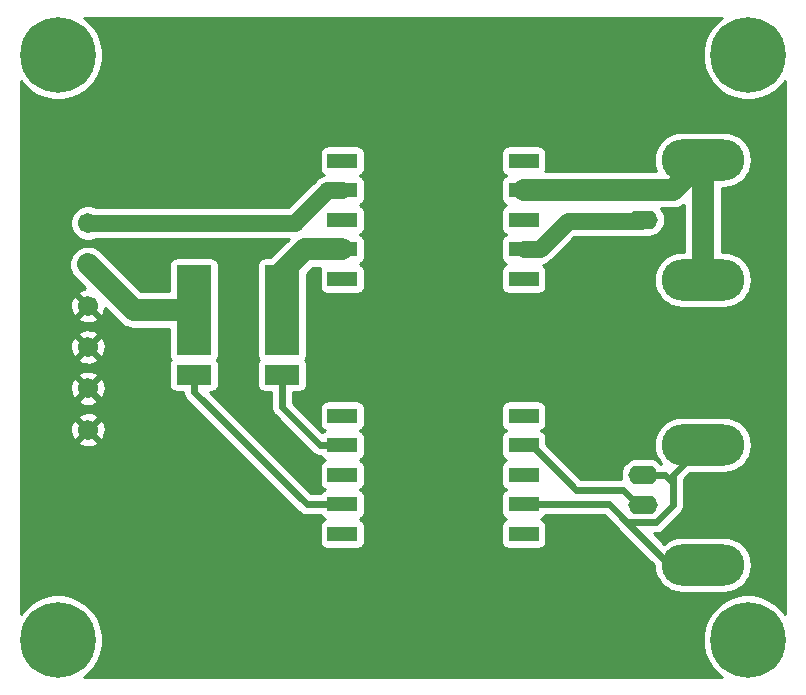
<source format=gbr>
%TF.GenerationSoftware,KiCad,Pcbnew,(5.1.6)-1*%
%TF.CreationDate,2020-09-14T11:12:27-07:00*%
%TF.ProjectId,awg-tx-shunt,6177672d-7478-42d7-9368-756e742e6b69,rev?*%
%TF.SameCoordinates,Original*%
%TF.FileFunction,Copper,L1,Top*%
%TF.FilePolarity,Positive*%
%FSLAX46Y46*%
G04 Gerber Fmt 4.6, Leading zero omitted, Abs format (unit mm)*
G04 Created by KiCad (PCBNEW (5.1.6)-1) date 2020-09-14 11:12:27*
%MOMM*%
%LPD*%
G01*
G04 APERTURE LIST*
%TA.AperFunction,ComponentPad*%
%ADD10C,0.800000*%
%TD*%
%TA.AperFunction,ComponentPad*%
%ADD11C,6.400000*%
%TD*%
%TA.AperFunction,SMDPad,CuDef*%
%ADD12R,2.946400X7.620000*%
%TD*%
%TA.AperFunction,SMDPad,CuDef*%
%ADD13R,2.946400X1.676400*%
%TD*%
%TA.AperFunction,ComponentPad*%
%ADD14C,1.701800*%
%TD*%
%TA.AperFunction,ComponentPad*%
%ADD15O,2.500000X1.600000*%
%TD*%
%TA.AperFunction,ComponentPad*%
%ADD16O,7.000000X3.500000*%
%TD*%
%TA.AperFunction,SMDPad,CuDef*%
%ADD17R,2.540000X1.300000*%
%TD*%
%TA.AperFunction,ViaPad*%
%ADD18C,0.800000*%
%TD*%
%TA.AperFunction,Conductor*%
%ADD19C,1.900000*%
%TD*%
%TA.AperFunction,Conductor*%
%ADD20C,1.400000*%
%TD*%
%TA.AperFunction,Conductor*%
%ADD21C,0.600000*%
%TD*%
%TA.AperFunction,Conductor*%
%ADD22C,0.254000*%
%TD*%
G04 APERTURE END LIST*
D10*
%TO.P,H4,1*%
%TO.N,N/C*%
X140127056Y-127842944D03*
X138430000Y-127140000D03*
X136732944Y-127842944D03*
X136030000Y-129540000D03*
X136732944Y-131237056D03*
X138430000Y-131940000D03*
X140127056Y-131237056D03*
X140830000Y-129540000D03*
D11*
X138430000Y-129540000D03*
%TD*%
D10*
%TO.P,H3,1*%
%TO.N,N/C*%
X140127056Y-78312944D03*
X138430000Y-77610000D03*
X136732944Y-78312944D03*
X136030000Y-80010000D03*
X136732944Y-81707056D03*
X138430000Y-82410000D03*
X140127056Y-81707056D03*
X140830000Y-80010000D03*
D11*
X138430000Y-80010000D03*
%TD*%
D10*
%TO.P,H2,1*%
%TO.N,N/C*%
X81707056Y-127842944D03*
X80010000Y-127140000D03*
X78312944Y-127842944D03*
X77610000Y-129540000D03*
X78312944Y-131237056D03*
X80010000Y-131940000D03*
X81707056Y-131237056D03*
X82410000Y-129540000D03*
D11*
X80010000Y-129540000D03*
%TD*%
D10*
%TO.P,H1,1*%
%TO.N,N/C*%
X81707056Y-78312944D03*
X80010000Y-77610000D03*
X78312944Y-78312944D03*
X77610000Y-80010000D03*
X78312944Y-81707056D03*
X80010000Y-82410000D03*
X81707056Y-81707056D03*
X82410000Y-80010000D03*
D11*
X80010000Y-80010000D03*
%TD*%
D12*
%TO.P,R1,4*%
%TO.N,/TX2*%
X91516200Y-101625400D03*
D13*
%TO.P,R1,3*%
%TO.N,/SHUNT_P*%
X91516200Y-107086400D03*
%TO.P,R1,2*%
%TO.N,/SHUNT_N*%
X98983800Y-107086400D03*
D12*
%TO.P,R1,1*%
%TO.N,Net-(L1-PadP$4)*%
X98983800Y-101625400D03*
%TD*%
D14*
%TO.P,J1,6*%
%TO.N,/TX1*%
X82550000Y-94259994D03*
%TO.P,J1,5*%
%TO.N,/TX2*%
X82550000Y-97759995D03*
%TO.P,J1,4*%
%TO.N,GNDPWR*%
X82550000Y-101259995D03*
%TO.P,J1,3*%
X82550000Y-104759996D03*
%TO.P,J1,2*%
X82550000Y-108259997D03*
%TO.P,J1,1*%
X82550000Y-111760000D03*
%TD*%
D15*
%TO.P,J2,2*%
%TO.N,Net-(J2-Pad2)*%
X129540000Y-91440000D03*
%TO.P,J2,1*%
%TO.N,Net-(J2-Pad1)*%
X129540000Y-93980000D03*
D16*
%TO.P,J2,2*%
%TO.N,Net-(J2-Pad2)*%
X134620000Y-99060000D03*
X134620000Y-88900000D03*
%TD*%
%TO.P,J3,2*%
%TO.N,Net-(J3-Pad2)*%
X134620000Y-113030000D03*
X134620000Y-123190000D03*
D15*
%TO.P,J3,1*%
%TO.N,Net-(J3-Pad1)*%
X129540000Y-118110000D03*
%TO.P,J3,2*%
%TO.N,Net-(J3-Pad2)*%
X129540000Y-115570000D03*
%TD*%
D17*
%TO.P,L1,P$1*%
%TO.N,N/C*%
X104080000Y-88980000D03*
%TO.P,L1,P$2*%
%TO.N,/TX1*%
X104080000Y-91480000D03*
%TO.P,L1,P$3*%
%TO.N,N/C*%
X104080000Y-93980000D03*
%TO.P,L1,P$4*%
%TO.N,Net-(L1-PadP$4)*%
X104080000Y-96480000D03*
%TO.P,L1,P$5*%
%TO.N,N/C*%
X104080000Y-98980000D03*
%TO.P,L1,P$6*%
X119440000Y-98980000D03*
%TO.P,L1,P$7*%
%TO.N,Net-(J2-Pad1)*%
X119440000Y-96480000D03*
%TO.P,L1,P$8*%
%TO.N,N/C*%
X119440000Y-93980000D03*
%TO.P,L1,P$9*%
%TO.N,Net-(J2-Pad2)*%
X119440000Y-91480000D03*
%TO.P,L1,P$10*%
%TO.N,N/C*%
X119440000Y-88980000D03*
%TD*%
%TO.P,L2,P$10*%
%TO.N,N/C*%
X119440000Y-110570000D03*
%TO.P,L2,P$9*%
%TO.N,Net-(J3-Pad1)*%
X119440000Y-113070000D03*
%TO.P,L2,P$8*%
%TO.N,N/C*%
X119440000Y-115570000D03*
%TO.P,L2,P$7*%
%TO.N,Net-(J3-Pad2)*%
X119440000Y-118070000D03*
%TO.P,L2,P$6*%
%TO.N,N/C*%
X119440000Y-120570000D03*
%TO.P,L2,P$5*%
X104080000Y-120570000D03*
%TO.P,L2,P$4*%
%TO.N,/SHUNT_P*%
X104080000Y-118070000D03*
%TO.P,L2,P$3*%
%TO.N,N/C*%
X104080000Y-115570000D03*
%TO.P,L2,P$2*%
%TO.N,/SHUNT_N*%
X104080000Y-113070000D03*
%TO.P,L2,P$1*%
%TO.N,N/C*%
X104080000Y-110570000D03*
%TD*%
D18*
%TO.N,GNDPWR*%
X96520000Y-82550000D03*
X129540000Y-105410000D03*
X111760000Y-105410000D03*
X111760000Y-82550000D03*
X127000000Y-82550000D03*
X127000000Y-129540000D03*
X111760000Y-128270000D03*
X96520000Y-128270000D03*
X87630000Y-120650000D03*
X87630000Y-87630000D03*
X138430000Y-118110000D03*
X138430000Y-93980000D03*
%TD*%
D19*
%TO.N,Net-(J2-Pad2)*%
X129500000Y-91480000D02*
X129540000Y-91440000D01*
X119440000Y-91480000D02*
X129500000Y-91480000D01*
X132080000Y-91440000D02*
X134620000Y-88900000D01*
X130810000Y-91440000D02*
X132080000Y-91440000D01*
X129540000Y-91440000D02*
X130810000Y-91440000D01*
X119440000Y-91480000D02*
X121290002Y-91480000D01*
X134620000Y-88900000D02*
X134620000Y-99060000D01*
D20*
%TO.N,Net-(J2-Pad1)*%
X120840002Y-96480000D02*
X123190000Y-94130002D01*
X119440000Y-96480000D02*
X120840002Y-96480000D01*
X129389998Y-94130002D02*
X129540000Y-93980000D01*
X123190000Y-94130002D02*
X129389998Y-94130002D01*
D21*
%TO.N,Net-(J3-Pad2)*%
X131765823Y-123190000D02*
X134620000Y-123190000D01*
X119440000Y-118070000D02*
X126645823Y-118070000D01*
X129854177Y-115570000D02*
X129540000Y-115570000D01*
X128185833Y-119610010D02*
X130611324Y-119610010D01*
X134620000Y-123190000D02*
X131765822Y-123190000D01*
X131765822Y-123190000D02*
X127477911Y-118902089D01*
X126645823Y-118070000D02*
X127477911Y-118902089D01*
X127477911Y-118902089D02*
X128185833Y-119610010D01*
X131390000Y-115570000D02*
X129540000Y-115570000D01*
X132095667Y-116275667D02*
X131390000Y-115570000D01*
X130611324Y-119610010D02*
X132095667Y-118125667D01*
X132095667Y-115554333D02*
X134620000Y-113030000D01*
X132095667Y-116855667D02*
X132095667Y-115554333D01*
X132095667Y-116855667D02*
X132095667Y-116275667D01*
X132095667Y-118125667D02*
X132095667Y-116855667D01*
%TO.N,Net-(J3-Pad1)*%
X129225823Y-118110000D02*
X129540000Y-118110000D01*
X129090000Y-118110000D02*
X129540000Y-118110000D01*
X123890002Y-116840000D02*
X127820000Y-116840000D01*
X127820000Y-116840000D02*
X129090000Y-118110000D01*
X119440000Y-113070000D02*
X120120002Y-113070000D01*
X120120002Y-113070000D02*
X123890002Y-116840000D01*
D20*
%TO.N,/TX1*%
X104080000Y-91480000D02*
X102830000Y-91480000D01*
X100050006Y-94259994D02*
X82550000Y-94259994D01*
X102830000Y-91480000D02*
X100050006Y-94259994D01*
D19*
%TO.N,/TX2*%
X86415405Y-101625400D02*
X82550000Y-97759995D01*
X91516200Y-101625400D02*
X86415405Y-101625400D01*
D21*
%TO.N,/SHUNT_P*%
X91516200Y-108524600D02*
X101061600Y-118070000D01*
X101061600Y-118070000D02*
X104080000Y-118070000D01*
X91516200Y-107086400D02*
X91516200Y-108524600D01*
%TO.N,/SHUNT_N*%
X98983800Y-109843800D02*
X98983800Y-107086400D01*
X102210000Y-113070000D02*
X98983800Y-109843800D01*
X102210000Y-113070000D02*
X101909999Y-112769999D01*
X104080000Y-113070000D02*
X102210000Y-113070000D01*
D19*
%TO.N,Net-(L1-PadP$4)*%
X98983800Y-98406200D02*
X98983800Y-101625400D01*
X100910000Y-96480000D02*
X98983800Y-98406200D01*
X104080000Y-96480000D02*
X100910000Y-96480000D01*
%TD*%
D22*
%TO.N,GNDPWR*%
G36*
X135985330Y-77031161D02*
G01*
X135451161Y-77565330D01*
X135031467Y-78193446D01*
X134742377Y-78891372D01*
X134595000Y-79632285D01*
X134595000Y-80387715D01*
X134742377Y-81128628D01*
X135031467Y-81826554D01*
X135451161Y-82454670D01*
X135985330Y-82988839D01*
X136613446Y-83408533D01*
X137311372Y-83697623D01*
X138052285Y-83845000D01*
X138807715Y-83845000D01*
X139548628Y-83697623D01*
X140246554Y-83408533D01*
X140874670Y-82988839D01*
X141408839Y-82454670D01*
X141580000Y-82198509D01*
X141580001Y-93947572D01*
X141580000Y-93947582D01*
X141580001Y-126967572D01*
X141580000Y-126967582D01*
X141580000Y-127351491D01*
X141408839Y-127095330D01*
X140874670Y-126561161D01*
X140246554Y-126141467D01*
X139548628Y-125852377D01*
X138807715Y-125705000D01*
X138052285Y-125705000D01*
X137311372Y-125852377D01*
X136613446Y-126141467D01*
X135985330Y-126561161D01*
X135451161Y-127095330D01*
X135031467Y-127723446D01*
X134742377Y-128421372D01*
X134595000Y-129162285D01*
X134595000Y-129917715D01*
X134742377Y-130658628D01*
X135031467Y-131356554D01*
X135451161Y-131984670D01*
X135985330Y-132518839D01*
X136241490Y-132690000D01*
X82198510Y-132690000D01*
X82454670Y-132518839D01*
X82988839Y-131984670D01*
X83408533Y-131356554D01*
X83697623Y-130658628D01*
X83845000Y-129917715D01*
X83845000Y-129162285D01*
X83697623Y-128421372D01*
X83408533Y-127723446D01*
X82988839Y-127095330D01*
X82454670Y-126561161D01*
X81826554Y-126141467D01*
X81128628Y-125852377D01*
X80387715Y-125705000D01*
X79632285Y-125705000D01*
X78891372Y-125852377D01*
X78193446Y-126141467D01*
X77565330Y-126561161D01*
X77031161Y-127095330D01*
X76860000Y-127351490D01*
X76860000Y-112789040D01*
X81700565Y-112789040D01*
X81778310Y-113038207D01*
X82042503Y-113164196D01*
X82326199Y-113236223D01*
X82618496Y-113251519D01*
X82908161Y-113209497D01*
X83184062Y-113111771D01*
X83321690Y-113038207D01*
X83399435Y-112789040D01*
X82550000Y-111939605D01*
X81700565Y-112789040D01*
X76860000Y-112789040D01*
X76860000Y-111828496D01*
X81058481Y-111828496D01*
X81100503Y-112118161D01*
X81198229Y-112394062D01*
X81271793Y-112531690D01*
X81520960Y-112609435D01*
X82370395Y-111760000D01*
X82729605Y-111760000D01*
X83579040Y-112609435D01*
X83828207Y-112531690D01*
X83954196Y-112267497D01*
X84026223Y-111983801D01*
X84041519Y-111691504D01*
X83999497Y-111401839D01*
X83901771Y-111125938D01*
X83828207Y-110988310D01*
X83579040Y-110910565D01*
X82729605Y-111760000D01*
X82370395Y-111760000D01*
X81520960Y-110910565D01*
X81271793Y-110988310D01*
X81145804Y-111252503D01*
X81073777Y-111536199D01*
X81058481Y-111828496D01*
X76860000Y-111828496D01*
X76860000Y-110730960D01*
X81700565Y-110730960D01*
X82550000Y-111580395D01*
X83399435Y-110730960D01*
X83321690Y-110481793D01*
X83057497Y-110355804D01*
X82773801Y-110283777D01*
X82481504Y-110268481D01*
X82191839Y-110310503D01*
X81915938Y-110408229D01*
X81778310Y-110481793D01*
X81700565Y-110730960D01*
X76860000Y-110730960D01*
X76860000Y-109289037D01*
X81700565Y-109289037D01*
X81778310Y-109538204D01*
X82042503Y-109664193D01*
X82326199Y-109736220D01*
X82618496Y-109751516D01*
X82908161Y-109709494D01*
X83184062Y-109611768D01*
X83321690Y-109538204D01*
X83399435Y-109289037D01*
X82550000Y-108439602D01*
X81700565Y-109289037D01*
X76860000Y-109289037D01*
X76860000Y-108328493D01*
X81058481Y-108328493D01*
X81100503Y-108618158D01*
X81198229Y-108894059D01*
X81271793Y-109031687D01*
X81520960Y-109109432D01*
X82370395Y-108259997D01*
X82729605Y-108259997D01*
X83579040Y-109109432D01*
X83828207Y-109031687D01*
X83954196Y-108767494D01*
X84026223Y-108483798D01*
X84041519Y-108191501D01*
X83999497Y-107901836D01*
X83901771Y-107625935D01*
X83828207Y-107488307D01*
X83579040Y-107410562D01*
X82729605Y-108259997D01*
X82370395Y-108259997D01*
X81520960Y-107410562D01*
X81271793Y-107488307D01*
X81145804Y-107752500D01*
X81073777Y-108036196D01*
X81058481Y-108328493D01*
X76860000Y-108328493D01*
X76860000Y-107230957D01*
X81700565Y-107230957D01*
X82550000Y-108080392D01*
X83399435Y-107230957D01*
X83321690Y-106981790D01*
X83057497Y-106855801D01*
X82773801Y-106783774D01*
X82481504Y-106768478D01*
X82191839Y-106810500D01*
X81915938Y-106908226D01*
X81778310Y-106981790D01*
X81700565Y-107230957D01*
X76860000Y-107230957D01*
X76860000Y-105789036D01*
X81700565Y-105789036D01*
X81778310Y-106038203D01*
X82042503Y-106164192D01*
X82326199Y-106236219D01*
X82618496Y-106251515D01*
X82908161Y-106209493D01*
X83184062Y-106111767D01*
X83321690Y-106038203D01*
X83399435Y-105789036D01*
X82550000Y-104939601D01*
X81700565Y-105789036D01*
X76860000Y-105789036D01*
X76860000Y-104828492D01*
X81058481Y-104828492D01*
X81100503Y-105118157D01*
X81198229Y-105394058D01*
X81271793Y-105531686D01*
X81520960Y-105609431D01*
X82370395Y-104759996D01*
X82729605Y-104759996D01*
X83579040Y-105609431D01*
X83828207Y-105531686D01*
X83954196Y-105267493D01*
X84026223Y-104983797D01*
X84041519Y-104691500D01*
X83999497Y-104401835D01*
X83901771Y-104125934D01*
X83828207Y-103988306D01*
X83579040Y-103910561D01*
X82729605Y-104759996D01*
X82370395Y-104759996D01*
X81520960Y-103910561D01*
X81271793Y-103988306D01*
X81145804Y-104252499D01*
X81073777Y-104536195D01*
X81058481Y-104828492D01*
X76860000Y-104828492D01*
X76860000Y-103730956D01*
X81700565Y-103730956D01*
X82550000Y-104580391D01*
X83399435Y-103730956D01*
X83321690Y-103481789D01*
X83057497Y-103355800D01*
X82773801Y-103283773D01*
X82481504Y-103268477D01*
X82191839Y-103310499D01*
X81915938Y-103408225D01*
X81778310Y-103481789D01*
X81700565Y-103730956D01*
X76860000Y-103730956D01*
X76860000Y-102289035D01*
X81700565Y-102289035D01*
X81778310Y-102538202D01*
X82042503Y-102664191D01*
X82326199Y-102736218D01*
X82618496Y-102751514D01*
X82908161Y-102709492D01*
X83184062Y-102611766D01*
X83321690Y-102538202D01*
X83399435Y-102289035D01*
X82550000Y-101439600D01*
X81700565Y-102289035D01*
X76860000Y-102289035D01*
X76860000Y-101328491D01*
X81058481Y-101328491D01*
X81100503Y-101618156D01*
X81198229Y-101894057D01*
X81271793Y-102031685D01*
X81520960Y-102109430D01*
X82370395Y-101259995D01*
X81520960Y-100410560D01*
X81271793Y-100488305D01*
X81145804Y-100752498D01*
X81073777Y-101036194D01*
X81058481Y-101328491D01*
X76860000Y-101328491D01*
X76860000Y-97759995D01*
X80957332Y-97759995D01*
X80987934Y-98070709D01*
X81078566Y-98369482D01*
X81225745Y-98644834D01*
X81374178Y-98825701D01*
X82337800Y-99789323D01*
X82191839Y-99810498D01*
X81915938Y-99908224D01*
X81778310Y-99981788D01*
X81700565Y-100230955D01*
X82550000Y-101080390D01*
X82564143Y-101066248D01*
X82743748Y-101245853D01*
X82729605Y-101259995D01*
X83579040Y-102109430D01*
X83828207Y-102031685D01*
X83954196Y-101767492D01*
X84026223Y-101483796D01*
X84026524Y-101478047D01*
X85239585Y-102691109D01*
X85289218Y-102751587D01*
X85530566Y-102949656D01*
X85805917Y-103096834D01*
X86104691Y-103187466D01*
X86337541Y-103210400D01*
X86337550Y-103210400D01*
X86415404Y-103218068D01*
X86493258Y-103210400D01*
X89404928Y-103210400D01*
X89404928Y-105435400D01*
X89417188Y-105559882D01*
X89453498Y-105679580D01*
X89512463Y-105789894D01*
X89555061Y-105841800D01*
X89512463Y-105893706D01*
X89453498Y-106004020D01*
X89417188Y-106123718D01*
X89404928Y-106248200D01*
X89404928Y-107924600D01*
X89417188Y-108049082D01*
X89453498Y-108168780D01*
X89512463Y-108279094D01*
X89591815Y-108375785D01*
X89688506Y-108455137D01*
X89798820Y-108514102D01*
X89918518Y-108550412D01*
X90043000Y-108562672D01*
X90580426Y-108562672D01*
X90594729Y-108707891D01*
X90612810Y-108767494D01*
X90648194Y-108884140D01*
X90735015Y-109046572D01*
X90851857Y-109188944D01*
X90887536Y-109218225D01*
X100367975Y-118698665D01*
X100397256Y-118734344D01*
X100539628Y-118851186D01*
X100702060Y-118938007D01*
X100824843Y-118975253D01*
X100878307Y-118991471D01*
X101061599Y-119009524D01*
X101107531Y-119005000D01*
X102242317Y-119005000D01*
X102279463Y-119074494D01*
X102358815Y-119171185D01*
X102455506Y-119250537D01*
X102565820Y-119309502D01*
X102600427Y-119320000D01*
X102565820Y-119330498D01*
X102455506Y-119389463D01*
X102358815Y-119468815D01*
X102279463Y-119565506D01*
X102220498Y-119675820D01*
X102184188Y-119795518D01*
X102171928Y-119920000D01*
X102171928Y-121220000D01*
X102184188Y-121344482D01*
X102220498Y-121464180D01*
X102279463Y-121574494D01*
X102358815Y-121671185D01*
X102455506Y-121750537D01*
X102565820Y-121809502D01*
X102685518Y-121845812D01*
X102810000Y-121858072D01*
X105350000Y-121858072D01*
X105474482Y-121845812D01*
X105594180Y-121809502D01*
X105704494Y-121750537D01*
X105801185Y-121671185D01*
X105880537Y-121574494D01*
X105939502Y-121464180D01*
X105975812Y-121344482D01*
X105988072Y-121220000D01*
X105988072Y-119920000D01*
X105975812Y-119795518D01*
X105939502Y-119675820D01*
X105880537Y-119565506D01*
X105801185Y-119468815D01*
X105704494Y-119389463D01*
X105594180Y-119330498D01*
X105559573Y-119320000D01*
X105594180Y-119309502D01*
X105704494Y-119250537D01*
X105801185Y-119171185D01*
X105880537Y-119074494D01*
X105939502Y-118964180D01*
X105975812Y-118844482D01*
X105988072Y-118720000D01*
X105988072Y-117420000D01*
X105975812Y-117295518D01*
X105939502Y-117175820D01*
X105880537Y-117065506D01*
X105801185Y-116968815D01*
X105704494Y-116889463D01*
X105594180Y-116830498D01*
X105559573Y-116820000D01*
X105594180Y-116809502D01*
X105704494Y-116750537D01*
X105801185Y-116671185D01*
X105880537Y-116574494D01*
X105939502Y-116464180D01*
X105975812Y-116344482D01*
X105988072Y-116220000D01*
X105988072Y-114920000D01*
X105975812Y-114795518D01*
X105939502Y-114675820D01*
X105880537Y-114565506D01*
X105801185Y-114468815D01*
X105704494Y-114389463D01*
X105594180Y-114330498D01*
X105559573Y-114320000D01*
X105594180Y-114309502D01*
X105704494Y-114250537D01*
X105801185Y-114171185D01*
X105880537Y-114074494D01*
X105939502Y-113964180D01*
X105975812Y-113844482D01*
X105988072Y-113720000D01*
X105988072Y-112420000D01*
X105975812Y-112295518D01*
X105939502Y-112175820D01*
X105880537Y-112065506D01*
X105801185Y-111968815D01*
X105704494Y-111889463D01*
X105594180Y-111830498D01*
X105559573Y-111820000D01*
X105594180Y-111809502D01*
X105704494Y-111750537D01*
X105801185Y-111671185D01*
X105880537Y-111574494D01*
X105939502Y-111464180D01*
X105975812Y-111344482D01*
X105988072Y-111220000D01*
X105988072Y-109920000D01*
X117531928Y-109920000D01*
X117531928Y-111220000D01*
X117544188Y-111344482D01*
X117580498Y-111464180D01*
X117639463Y-111574494D01*
X117718815Y-111671185D01*
X117815506Y-111750537D01*
X117925820Y-111809502D01*
X117960427Y-111820000D01*
X117925820Y-111830498D01*
X117815506Y-111889463D01*
X117718815Y-111968815D01*
X117639463Y-112065506D01*
X117580498Y-112175820D01*
X117544188Y-112295518D01*
X117531928Y-112420000D01*
X117531928Y-113720000D01*
X117544188Y-113844482D01*
X117580498Y-113964180D01*
X117639463Y-114074494D01*
X117718815Y-114171185D01*
X117815506Y-114250537D01*
X117925820Y-114309502D01*
X117960427Y-114320000D01*
X117925820Y-114330498D01*
X117815506Y-114389463D01*
X117718815Y-114468815D01*
X117639463Y-114565506D01*
X117580498Y-114675820D01*
X117544188Y-114795518D01*
X117531928Y-114920000D01*
X117531928Y-116220000D01*
X117544188Y-116344482D01*
X117580498Y-116464180D01*
X117639463Y-116574494D01*
X117718815Y-116671185D01*
X117815506Y-116750537D01*
X117925820Y-116809502D01*
X117960427Y-116820000D01*
X117925820Y-116830498D01*
X117815506Y-116889463D01*
X117718815Y-116968815D01*
X117639463Y-117065506D01*
X117580498Y-117175820D01*
X117544188Y-117295518D01*
X117531928Y-117420000D01*
X117531928Y-118720000D01*
X117544188Y-118844482D01*
X117580498Y-118964180D01*
X117639463Y-119074494D01*
X117718815Y-119171185D01*
X117815506Y-119250537D01*
X117925820Y-119309502D01*
X117960427Y-119320000D01*
X117925820Y-119330498D01*
X117815506Y-119389463D01*
X117718815Y-119468815D01*
X117639463Y-119565506D01*
X117580498Y-119675820D01*
X117544188Y-119795518D01*
X117531928Y-119920000D01*
X117531928Y-121220000D01*
X117544188Y-121344482D01*
X117580498Y-121464180D01*
X117639463Y-121574494D01*
X117718815Y-121671185D01*
X117815506Y-121750537D01*
X117925820Y-121809502D01*
X118045518Y-121845812D01*
X118170000Y-121858072D01*
X120710000Y-121858072D01*
X120834482Y-121845812D01*
X120954180Y-121809502D01*
X121064494Y-121750537D01*
X121161185Y-121671185D01*
X121240537Y-121574494D01*
X121299502Y-121464180D01*
X121335812Y-121344482D01*
X121348072Y-121220000D01*
X121348072Y-119920000D01*
X121335812Y-119795518D01*
X121299502Y-119675820D01*
X121240537Y-119565506D01*
X121161185Y-119468815D01*
X121064494Y-119389463D01*
X120954180Y-119330498D01*
X120919573Y-119320000D01*
X120954180Y-119309502D01*
X121064494Y-119250537D01*
X121161185Y-119171185D01*
X121240537Y-119074494D01*
X121277683Y-119005000D01*
X126258533Y-119005000D01*
X126849244Y-119595712D01*
X126849250Y-119595717D01*
X127492208Y-120238675D01*
X127521489Y-120274354D01*
X127557168Y-120303635D01*
X130476731Y-123223198D01*
X130519510Y-123657542D01*
X130655887Y-124107116D01*
X130877351Y-124521446D01*
X131175391Y-124884609D01*
X131538554Y-125182649D01*
X131952884Y-125404113D01*
X132402458Y-125540490D01*
X132752843Y-125575000D01*
X136487157Y-125575000D01*
X136837542Y-125540490D01*
X137287116Y-125404113D01*
X137701446Y-125182649D01*
X138064609Y-124884609D01*
X138362649Y-124521446D01*
X138584113Y-124107116D01*
X138720490Y-123657542D01*
X138766539Y-123190000D01*
X138720490Y-122722458D01*
X138584113Y-122272884D01*
X138362649Y-121858554D01*
X138064609Y-121495391D01*
X137701446Y-121197351D01*
X137287116Y-120975887D01*
X136837542Y-120839510D01*
X136487157Y-120805000D01*
X132752843Y-120805000D01*
X132402458Y-120839510D01*
X131952884Y-120975887D01*
X131538554Y-121197351D01*
X131295188Y-121397077D01*
X130443121Y-120545010D01*
X130565392Y-120545010D01*
X130611324Y-120549534D01*
X130657256Y-120545010D01*
X130794616Y-120531481D01*
X130970864Y-120478017D01*
X131133296Y-120391196D01*
X131275668Y-120274354D01*
X131304954Y-120238669D01*
X132724332Y-118819291D01*
X132760011Y-118790011D01*
X132876853Y-118647639D01*
X132963674Y-118485207D01*
X133017138Y-118308959D01*
X133030667Y-118171599D01*
X133030667Y-118171598D01*
X133035191Y-118125668D01*
X133030667Y-118079736D01*
X133030667Y-116321599D01*
X133035191Y-116275667D01*
X133030667Y-116229735D01*
X133030667Y-115941622D01*
X133557289Y-115415000D01*
X136487157Y-115415000D01*
X136837542Y-115380490D01*
X137287116Y-115244113D01*
X137701446Y-115022649D01*
X138064609Y-114724609D01*
X138362649Y-114361446D01*
X138584113Y-113947116D01*
X138720490Y-113497542D01*
X138766539Y-113030000D01*
X138720490Y-112562458D01*
X138584113Y-112112884D01*
X138362649Y-111698554D01*
X138064609Y-111335391D01*
X137701446Y-111037351D01*
X137287116Y-110815887D01*
X136837542Y-110679510D01*
X136487157Y-110645000D01*
X132752843Y-110645000D01*
X132402458Y-110679510D01*
X131952884Y-110815887D01*
X131538554Y-111037351D01*
X131175391Y-111335391D01*
X130877351Y-111698554D01*
X130655887Y-112112884D01*
X130519510Y-112562458D01*
X130473461Y-113030000D01*
X130519510Y-113497542D01*
X130655887Y-113947116D01*
X130877351Y-114361446D01*
X131101851Y-114635000D01*
X131079044Y-114635000D01*
X131009608Y-114550392D01*
X130791101Y-114371068D01*
X130541808Y-114237818D01*
X130271309Y-114155764D01*
X130060492Y-114135000D01*
X129019508Y-114135000D01*
X128808691Y-114155764D01*
X128538192Y-114237818D01*
X128288899Y-114371068D01*
X128070392Y-114550392D01*
X127891068Y-114768899D01*
X127757818Y-115018192D01*
X127675764Y-115288691D01*
X127648057Y-115570000D01*
X127675764Y-115851309D01*
X127692051Y-115905000D01*
X124277292Y-115905000D01*
X121348072Y-112975781D01*
X121348072Y-112420000D01*
X121335812Y-112295518D01*
X121299502Y-112175820D01*
X121240537Y-112065506D01*
X121161185Y-111968815D01*
X121064494Y-111889463D01*
X120954180Y-111830498D01*
X120919573Y-111820000D01*
X120954180Y-111809502D01*
X121064494Y-111750537D01*
X121161185Y-111671185D01*
X121240537Y-111574494D01*
X121299502Y-111464180D01*
X121335812Y-111344482D01*
X121348072Y-111220000D01*
X121348072Y-109920000D01*
X121335812Y-109795518D01*
X121299502Y-109675820D01*
X121240537Y-109565506D01*
X121161185Y-109468815D01*
X121064494Y-109389463D01*
X120954180Y-109330498D01*
X120834482Y-109294188D01*
X120710000Y-109281928D01*
X118170000Y-109281928D01*
X118045518Y-109294188D01*
X117925820Y-109330498D01*
X117815506Y-109389463D01*
X117718815Y-109468815D01*
X117639463Y-109565506D01*
X117580498Y-109675820D01*
X117544188Y-109795518D01*
X117531928Y-109920000D01*
X105988072Y-109920000D01*
X105975812Y-109795518D01*
X105939502Y-109675820D01*
X105880537Y-109565506D01*
X105801185Y-109468815D01*
X105704494Y-109389463D01*
X105594180Y-109330498D01*
X105474482Y-109294188D01*
X105350000Y-109281928D01*
X102810000Y-109281928D01*
X102685518Y-109294188D01*
X102565820Y-109330498D01*
X102455506Y-109389463D01*
X102358815Y-109468815D01*
X102279463Y-109565506D01*
X102220498Y-109675820D01*
X102184188Y-109795518D01*
X102171928Y-109920000D01*
X102171928Y-111220000D01*
X102184188Y-111344482D01*
X102220498Y-111464180D01*
X102279463Y-111574494D01*
X102358815Y-111671185D01*
X102455506Y-111750537D01*
X102565820Y-111809502D01*
X102600427Y-111820000D01*
X102565820Y-111830498D01*
X102455506Y-111889463D01*
X102398519Y-111936230D01*
X99918800Y-109456511D01*
X99918800Y-108562672D01*
X100457000Y-108562672D01*
X100581482Y-108550412D01*
X100701180Y-108514102D01*
X100811494Y-108455137D01*
X100908185Y-108375785D01*
X100987537Y-108279094D01*
X101046502Y-108168780D01*
X101082812Y-108049082D01*
X101095072Y-107924600D01*
X101095072Y-106248200D01*
X101082812Y-106123718D01*
X101046502Y-106004020D01*
X100987537Y-105893706D01*
X100944939Y-105841800D01*
X100987537Y-105789894D01*
X101046502Y-105679580D01*
X101082812Y-105559882D01*
X101095072Y-105435400D01*
X101095072Y-98536457D01*
X101566529Y-98065000D01*
X102231627Y-98065000D01*
X102220498Y-98085820D01*
X102184188Y-98205518D01*
X102171928Y-98330000D01*
X102171928Y-99630000D01*
X102184188Y-99754482D01*
X102220498Y-99874180D01*
X102279463Y-99984494D01*
X102358815Y-100081185D01*
X102455506Y-100160537D01*
X102565820Y-100219502D01*
X102685518Y-100255812D01*
X102810000Y-100268072D01*
X105350000Y-100268072D01*
X105474482Y-100255812D01*
X105594180Y-100219502D01*
X105704494Y-100160537D01*
X105801185Y-100081185D01*
X105880537Y-99984494D01*
X105939502Y-99874180D01*
X105975812Y-99754482D01*
X105988072Y-99630000D01*
X105988072Y-98330000D01*
X105975812Y-98205518D01*
X105939502Y-98085820D01*
X105880537Y-97975506D01*
X105801185Y-97878815D01*
X105704494Y-97799463D01*
X105594180Y-97740498D01*
X105559573Y-97730000D01*
X105594180Y-97719502D01*
X105704494Y-97660537D01*
X105801185Y-97581185D01*
X105880537Y-97484494D01*
X105939502Y-97374180D01*
X105975812Y-97254482D01*
X105988072Y-97130000D01*
X105988072Y-95830000D01*
X105975812Y-95705518D01*
X105939502Y-95585820D01*
X105880537Y-95475506D01*
X105801185Y-95378815D01*
X105704494Y-95299463D01*
X105594180Y-95240498D01*
X105559573Y-95230000D01*
X105594180Y-95219502D01*
X105704494Y-95160537D01*
X105801185Y-95081185D01*
X105880537Y-94984494D01*
X105939502Y-94874180D01*
X105975812Y-94754482D01*
X105988072Y-94630000D01*
X105988072Y-93330000D01*
X105975812Y-93205518D01*
X105939502Y-93085820D01*
X105880537Y-92975506D01*
X105801185Y-92878815D01*
X105704494Y-92799463D01*
X105594180Y-92740498D01*
X105559573Y-92730000D01*
X105594180Y-92719502D01*
X105704494Y-92660537D01*
X105801185Y-92581185D01*
X105880537Y-92484494D01*
X105939502Y-92374180D01*
X105975812Y-92254482D01*
X105988072Y-92130000D01*
X105988072Y-90830000D01*
X105975812Y-90705518D01*
X105939502Y-90585820D01*
X105880537Y-90475506D01*
X105801185Y-90378815D01*
X105704494Y-90299463D01*
X105594180Y-90240498D01*
X105559573Y-90230000D01*
X105594180Y-90219502D01*
X105704494Y-90160537D01*
X105801185Y-90081185D01*
X105880537Y-89984494D01*
X105939502Y-89874180D01*
X105975812Y-89754482D01*
X105988072Y-89630000D01*
X105988072Y-88330000D01*
X117531928Y-88330000D01*
X117531928Y-89630000D01*
X117544188Y-89754482D01*
X117580498Y-89874180D01*
X117639463Y-89984494D01*
X117718815Y-90081185D01*
X117815506Y-90160537D01*
X117925820Y-90219502D01*
X117960427Y-90230000D01*
X117925820Y-90240498D01*
X117815506Y-90299463D01*
X117718815Y-90378815D01*
X117639463Y-90475506D01*
X117580498Y-90585820D01*
X117544188Y-90705518D01*
X117531928Y-90830000D01*
X117531928Y-92130000D01*
X117544188Y-92254482D01*
X117580498Y-92374180D01*
X117639463Y-92484494D01*
X117718815Y-92581185D01*
X117815506Y-92660537D01*
X117925820Y-92719502D01*
X117960427Y-92730000D01*
X117925820Y-92740498D01*
X117815506Y-92799463D01*
X117718815Y-92878815D01*
X117639463Y-92975506D01*
X117580498Y-93085820D01*
X117544188Y-93205518D01*
X117531928Y-93330000D01*
X117531928Y-94630000D01*
X117544188Y-94754482D01*
X117580498Y-94874180D01*
X117639463Y-94984494D01*
X117718815Y-95081185D01*
X117815506Y-95160537D01*
X117925820Y-95219502D01*
X117960427Y-95230000D01*
X117925820Y-95240498D01*
X117815506Y-95299463D01*
X117718815Y-95378815D01*
X117639463Y-95475506D01*
X117580498Y-95585820D01*
X117544188Y-95705518D01*
X117531928Y-95830000D01*
X117531928Y-97130000D01*
X117544188Y-97254482D01*
X117580498Y-97374180D01*
X117639463Y-97484494D01*
X117718815Y-97581185D01*
X117815506Y-97660537D01*
X117925820Y-97719502D01*
X117960427Y-97730000D01*
X117925820Y-97740498D01*
X117815506Y-97799463D01*
X117718815Y-97878815D01*
X117639463Y-97975506D01*
X117580498Y-98085820D01*
X117544188Y-98205518D01*
X117531928Y-98330000D01*
X117531928Y-99630000D01*
X117544188Y-99754482D01*
X117580498Y-99874180D01*
X117639463Y-99984494D01*
X117718815Y-100081185D01*
X117815506Y-100160537D01*
X117925820Y-100219502D01*
X118045518Y-100255812D01*
X118170000Y-100268072D01*
X120710000Y-100268072D01*
X120834482Y-100255812D01*
X120954180Y-100219502D01*
X121064494Y-100160537D01*
X121161185Y-100081185D01*
X121240537Y-99984494D01*
X121299502Y-99874180D01*
X121335812Y-99754482D01*
X121348072Y-99630000D01*
X121348072Y-98330000D01*
X121335812Y-98205518D01*
X121299502Y-98085820D01*
X121240537Y-97975506D01*
X121161185Y-97878815D01*
X121064494Y-97799463D01*
X121064313Y-97799366D01*
X121101708Y-97795683D01*
X121353356Y-97719347D01*
X121585277Y-97595382D01*
X121788557Y-97428555D01*
X121830368Y-97377608D01*
X123742975Y-95465002D01*
X129324419Y-95465002D01*
X129389998Y-95471461D01*
X129455577Y-95465002D01*
X129651704Y-95445685D01*
X129752860Y-95415000D01*
X130060492Y-95415000D01*
X130271309Y-95394236D01*
X130541808Y-95312182D01*
X130791101Y-95178932D01*
X131009608Y-94999608D01*
X131188932Y-94781101D01*
X131322182Y-94531808D01*
X131404236Y-94261309D01*
X131431943Y-93980000D01*
X131404236Y-93698691D01*
X131322182Y-93428192D01*
X131188932Y-93178899D01*
X131062630Y-93025000D01*
X132002144Y-93025000D01*
X132080000Y-93032668D01*
X132157856Y-93025000D01*
X132157864Y-93025000D01*
X132390714Y-93002066D01*
X132689488Y-92911434D01*
X132964839Y-92764256D01*
X133035000Y-92706676D01*
X133035001Y-96675000D01*
X132752843Y-96675000D01*
X132402458Y-96709510D01*
X131952884Y-96845887D01*
X131538554Y-97067351D01*
X131175391Y-97365391D01*
X130877351Y-97728554D01*
X130655887Y-98142884D01*
X130519510Y-98592458D01*
X130473461Y-99060000D01*
X130519510Y-99527542D01*
X130655887Y-99977116D01*
X130877351Y-100391446D01*
X131175391Y-100754609D01*
X131538554Y-101052649D01*
X131952884Y-101274113D01*
X132402458Y-101410490D01*
X132752843Y-101445000D01*
X136487157Y-101445000D01*
X136837542Y-101410490D01*
X137287116Y-101274113D01*
X137701446Y-101052649D01*
X138064609Y-100754609D01*
X138362649Y-100391446D01*
X138584113Y-99977116D01*
X138720490Y-99527542D01*
X138766539Y-99060000D01*
X138720490Y-98592458D01*
X138584113Y-98142884D01*
X138362649Y-97728554D01*
X138064609Y-97365391D01*
X137701446Y-97067351D01*
X137287116Y-96845887D01*
X136837542Y-96709510D01*
X136487157Y-96675000D01*
X136205000Y-96675000D01*
X136205000Y-91285000D01*
X136487157Y-91285000D01*
X136837542Y-91250490D01*
X137287116Y-91114113D01*
X137701446Y-90892649D01*
X138064609Y-90594609D01*
X138362649Y-90231446D01*
X138584113Y-89817116D01*
X138720490Y-89367542D01*
X138766539Y-88900000D01*
X138720490Y-88432458D01*
X138584113Y-87982884D01*
X138362649Y-87568554D01*
X138064609Y-87205391D01*
X137701446Y-86907351D01*
X137287116Y-86685887D01*
X136837542Y-86549510D01*
X136487157Y-86515000D01*
X132752843Y-86515000D01*
X132402458Y-86549510D01*
X131952884Y-86685887D01*
X131538554Y-86907351D01*
X131175391Y-87205391D01*
X130877351Y-87568554D01*
X130655887Y-87982884D01*
X130519510Y-88432458D01*
X130473461Y-88900000D01*
X130519510Y-89367542D01*
X130655887Y-89817116D01*
X130676136Y-89855000D01*
X129617864Y-89855000D01*
X129540000Y-89847331D01*
X129462136Y-89855000D01*
X129229286Y-89877934D01*
X129173027Y-89895000D01*
X121288373Y-89895000D01*
X121299502Y-89874180D01*
X121335812Y-89754482D01*
X121348072Y-89630000D01*
X121348072Y-88330000D01*
X121335812Y-88205518D01*
X121299502Y-88085820D01*
X121240537Y-87975506D01*
X121161185Y-87878815D01*
X121064494Y-87799463D01*
X120954180Y-87740498D01*
X120834482Y-87704188D01*
X120710000Y-87691928D01*
X118170000Y-87691928D01*
X118045518Y-87704188D01*
X117925820Y-87740498D01*
X117815506Y-87799463D01*
X117718815Y-87878815D01*
X117639463Y-87975506D01*
X117580498Y-88085820D01*
X117544188Y-88205518D01*
X117531928Y-88330000D01*
X105988072Y-88330000D01*
X105975812Y-88205518D01*
X105939502Y-88085820D01*
X105880537Y-87975506D01*
X105801185Y-87878815D01*
X105704494Y-87799463D01*
X105594180Y-87740498D01*
X105474482Y-87704188D01*
X105350000Y-87691928D01*
X102810000Y-87691928D01*
X102685518Y-87704188D01*
X102565820Y-87740498D01*
X102455506Y-87799463D01*
X102358815Y-87878815D01*
X102279463Y-87975506D01*
X102220498Y-88085820D01*
X102184188Y-88205518D01*
X102171928Y-88330000D01*
X102171928Y-89630000D01*
X102184188Y-89754482D01*
X102220498Y-89874180D01*
X102279463Y-89984494D01*
X102358815Y-90081185D01*
X102455506Y-90160537D01*
X102500852Y-90184775D01*
X102316646Y-90240653D01*
X102084725Y-90364618D01*
X101881445Y-90531445D01*
X101839639Y-90582386D01*
X99497032Y-92924994D01*
X83209870Y-92924994D01*
X82983421Y-92831196D01*
X82696348Y-92774094D01*
X82403652Y-92774094D01*
X82116579Y-92831196D01*
X81846162Y-92943206D01*
X81602794Y-93105820D01*
X81395826Y-93312788D01*
X81233212Y-93556156D01*
X81121202Y-93826573D01*
X81064100Y-94113646D01*
X81064100Y-94406342D01*
X81121202Y-94693415D01*
X81233212Y-94963832D01*
X81395826Y-95207200D01*
X81602794Y-95414168D01*
X81846162Y-95576782D01*
X82116579Y-95688792D01*
X82403652Y-95745894D01*
X82696348Y-95745894D01*
X82983421Y-95688792D01*
X83209870Y-95594994D01*
X99553477Y-95594994D01*
X97971144Y-97177328D01*
X97510600Y-97177328D01*
X97386118Y-97189588D01*
X97266420Y-97225898D01*
X97156106Y-97284863D01*
X97059415Y-97364215D01*
X96980063Y-97460906D01*
X96921098Y-97571220D01*
X96884788Y-97690918D01*
X96872528Y-97815400D01*
X96872528Y-105435400D01*
X96884788Y-105559882D01*
X96921098Y-105679580D01*
X96980063Y-105789894D01*
X97022661Y-105841800D01*
X96980063Y-105893706D01*
X96921098Y-106004020D01*
X96884788Y-106123718D01*
X96872528Y-106248200D01*
X96872528Y-107924600D01*
X96884788Y-108049082D01*
X96921098Y-108168780D01*
X96980063Y-108279094D01*
X97059415Y-108375785D01*
X97156106Y-108455137D01*
X97266420Y-108514102D01*
X97386118Y-108550412D01*
X97510600Y-108562672D01*
X98048800Y-108562672D01*
X98048800Y-109797868D01*
X98044276Y-109843800D01*
X98048800Y-109889731D01*
X98062329Y-110027091D01*
X98115793Y-110203339D01*
X98202614Y-110365771D01*
X98319456Y-110508144D01*
X98355141Y-110537430D01*
X101516370Y-113698659D01*
X101545656Y-113734344D01*
X101688028Y-113851186D01*
X101850460Y-113938007D01*
X101922828Y-113959959D01*
X102026708Y-113991472D01*
X102210000Y-114009524D01*
X102242998Y-114006274D01*
X102279463Y-114074494D01*
X102358815Y-114171185D01*
X102455506Y-114250537D01*
X102565820Y-114309502D01*
X102600427Y-114320000D01*
X102565820Y-114330498D01*
X102455506Y-114389463D01*
X102358815Y-114468815D01*
X102279463Y-114565506D01*
X102220498Y-114675820D01*
X102184188Y-114795518D01*
X102171928Y-114920000D01*
X102171928Y-116220000D01*
X102184188Y-116344482D01*
X102220498Y-116464180D01*
X102279463Y-116574494D01*
X102358815Y-116671185D01*
X102455506Y-116750537D01*
X102565820Y-116809502D01*
X102600427Y-116820000D01*
X102565820Y-116830498D01*
X102455506Y-116889463D01*
X102358815Y-116968815D01*
X102279463Y-117065506D01*
X102242317Y-117135000D01*
X101448890Y-117135000D01*
X92876561Y-108562672D01*
X92989400Y-108562672D01*
X93113882Y-108550412D01*
X93233580Y-108514102D01*
X93343894Y-108455137D01*
X93440585Y-108375785D01*
X93519937Y-108279094D01*
X93578902Y-108168780D01*
X93615212Y-108049082D01*
X93627472Y-107924600D01*
X93627472Y-106248200D01*
X93615212Y-106123718D01*
X93578902Y-106004020D01*
X93519937Y-105893706D01*
X93477339Y-105841800D01*
X93519937Y-105789894D01*
X93578902Y-105679580D01*
X93615212Y-105559882D01*
X93627472Y-105435400D01*
X93627472Y-97815400D01*
X93615212Y-97690918D01*
X93578902Y-97571220D01*
X93519937Y-97460906D01*
X93440585Y-97364215D01*
X93343894Y-97284863D01*
X93233580Y-97225898D01*
X93113882Y-97189588D01*
X92989400Y-97177328D01*
X90043000Y-97177328D01*
X89918518Y-97189588D01*
X89798820Y-97225898D01*
X89688506Y-97284863D01*
X89591815Y-97364215D01*
X89512463Y-97460906D01*
X89453498Y-97571220D01*
X89417188Y-97690918D01*
X89404928Y-97815400D01*
X89404928Y-100040400D01*
X87071934Y-100040400D01*
X83615706Y-96584173D01*
X83434839Y-96435740D01*
X83159487Y-96288561D01*
X82860714Y-96197929D01*
X82550000Y-96167327D01*
X82239286Y-96197929D01*
X81940513Y-96288561D01*
X81665161Y-96435740D01*
X81423813Y-96633808D01*
X81225745Y-96875156D01*
X81078566Y-97150508D01*
X80987934Y-97449281D01*
X80957332Y-97759995D01*
X76860000Y-97759995D01*
X76860000Y-82198510D01*
X77031161Y-82454670D01*
X77565330Y-82988839D01*
X78193446Y-83408533D01*
X78891372Y-83697623D01*
X79632285Y-83845000D01*
X80387715Y-83845000D01*
X81128628Y-83697623D01*
X81826554Y-83408533D01*
X82454670Y-82988839D01*
X82988839Y-82454670D01*
X83408533Y-81826554D01*
X83697623Y-81128628D01*
X83845000Y-80387715D01*
X83845000Y-79632285D01*
X83697623Y-78891372D01*
X83408533Y-78193446D01*
X82988839Y-77565330D01*
X82454670Y-77031161D01*
X82198510Y-76860000D01*
X136241490Y-76860000D01*
X135985330Y-77031161D01*
G37*
X135985330Y-77031161D02*
X135451161Y-77565330D01*
X135031467Y-78193446D01*
X134742377Y-78891372D01*
X134595000Y-79632285D01*
X134595000Y-80387715D01*
X134742377Y-81128628D01*
X135031467Y-81826554D01*
X135451161Y-82454670D01*
X135985330Y-82988839D01*
X136613446Y-83408533D01*
X137311372Y-83697623D01*
X138052285Y-83845000D01*
X138807715Y-83845000D01*
X139548628Y-83697623D01*
X140246554Y-83408533D01*
X140874670Y-82988839D01*
X141408839Y-82454670D01*
X141580000Y-82198509D01*
X141580001Y-93947572D01*
X141580000Y-93947582D01*
X141580001Y-126967572D01*
X141580000Y-126967582D01*
X141580000Y-127351491D01*
X141408839Y-127095330D01*
X140874670Y-126561161D01*
X140246554Y-126141467D01*
X139548628Y-125852377D01*
X138807715Y-125705000D01*
X138052285Y-125705000D01*
X137311372Y-125852377D01*
X136613446Y-126141467D01*
X135985330Y-126561161D01*
X135451161Y-127095330D01*
X135031467Y-127723446D01*
X134742377Y-128421372D01*
X134595000Y-129162285D01*
X134595000Y-129917715D01*
X134742377Y-130658628D01*
X135031467Y-131356554D01*
X135451161Y-131984670D01*
X135985330Y-132518839D01*
X136241490Y-132690000D01*
X82198510Y-132690000D01*
X82454670Y-132518839D01*
X82988839Y-131984670D01*
X83408533Y-131356554D01*
X83697623Y-130658628D01*
X83845000Y-129917715D01*
X83845000Y-129162285D01*
X83697623Y-128421372D01*
X83408533Y-127723446D01*
X82988839Y-127095330D01*
X82454670Y-126561161D01*
X81826554Y-126141467D01*
X81128628Y-125852377D01*
X80387715Y-125705000D01*
X79632285Y-125705000D01*
X78891372Y-125852377D01*
X78193446Y-126141467D01*
X77565330Y-126561161D01*
X77031161Y-127095330D01*
X76860000Y-127351490D01*
X76860000Y-112789040D01*
X81700565Y-112789040D01*
X81778310Y-113038207D01*
X82042503Y-113164196D01*
X82326199Y-113236223D01*
X82618496Y-113251519D01*
X82908161Y-113209497D01*
X83184062Y-113111771D01*
X83321690Y-113038207D01*
X83399435Y-112789040D01*
X82550000Y-111939605D01*
X81700565Y-112789040D01*
X76860000Y-112789040D01*
X76860000Y-111828496D01*
X81058481Y-111828496D01*
X81100503Y-112118161D01*
X81198229Y-112394062D01*
X81271793Y-112531690D01*
X81520960Y-112609435D01*
X82370395Y-111760000D01*
X82729605Y-111760000D01*
X83579040Y-112609435D01*
X83828207Y-112531690D01*
X83954196Y-112267497D01*
X84026223Y-111983801D01*
X84041519Y-111691504D01*
X83999497Y-111401839D01*
X83901771Y-111125938D01*
X83828207Y-110988310D01*
X83579040Y-110910565D01*
X82729605Y-111760000D01*
X82370395Y-111760000D01*
X81520960Y-110910565D01*
X81271793Y-110988310D01*
X81145804Y-111252503D01*
X81073777Y-111536199D01*
X81058481Y-111828496D01*
X76860000Y-111828496D01*
X76860000Y-110730960D01*
X81700565Y-110730960D01*
X82550000Y-111580395D01*
X83399435Y-110730960D01*
X83321690Y-110481793D01*
X83057497Y-110355804D01*
X82773801Y-110283777D01*
X82481504Y-110268481D01*
X82191839Y-110310503D01*
X81915938Y-110408229D01*
X81778310Y-110481793D01*
X81700565Y-110730960D01*
X76860000Y-110730960D01*
X76860000Y-109289037D01*
X81700565Y-109289037D01*
X81778310Y-109538204D01*
X82042503Y-109664193D01*
X82326199Y-109736220D01*
X82618496Y-109751516D01*
X82908161Y-109709494D01*
X83184062Y-109611768D01*
X83321690Y-109538204D01*
X83399435Y-109289037D01*
X82550000Y-108439602D01*
X81700565Y-109289037D01*
X76860000Y-109289037D01*
X76860000Y-108328493D01*
X81058481Y-108328493D01*
X81100503Y-108618158D01*
X81198229Y-108894059D01*
X81271793Y-109031687D01*
X81520960Y-109109432D01*
X82370395Y-108259997D01*
X82729605Y-108259997D01*
X83579040Y-109109432D01*
X83828207Y-109031687D01*
X83954196Y-108767494D01*
X84026223Y-108483798D01*
X84041519Y-108191501D01*
X83999497Y-107901836D01*
X83901771Y-107625935D01*
X83828207Y-107488307D01*
X83579040Y-107410562D01*
X82729605Y-108259997D01*
X82370395Y-108259997D01*
X81520960Y-107410562D01*
X81271793Y-107488307D01*
X81145804Y-107752500D01*
X81073777Y-108036196D01*
X81058481Y-108328493D01*
X76860000Y-108328493D01*
X76860000Y-107230957D01*
X81700565Y-107230957D01*
X82550000Y-108080392D01*
X83399435Y-107230957D01*
X83321690Y-106981790D01*
X83057497Y-106855801D01*
X82773801Y-106783774D01*
X82481504Y-106768478D01*
X82191839Y-106810500D01*
X81915938Y-106908226D01*
X81778310Y-106981790D01*
X81700565Y-107230957D01*
X76860000Y-107230957D01*
X76860000Y-105789036D01*
X81700565Y-105789036D01*
X81778310Y-106038203D01*
X82042503Y-106164192D01*
X82326199Y-106236219D01*
X82618496Y-106251515D01*
X82908161Y-106209493D01*
X83184062Y-106111767D01*
X83321690Y-106038203D01*
X83399435Y-105789036D01*
X82550000Y-104939601D01*
X81700565Y-105789036D01*
X76860000Y-105789036D01*
X76860000Y-104828492D01*
X81058481Y-104828492D01*
X81100503Y-105118157D01*
X81198229Y-105394058D01*
X81271793Y-105531686D01*
X81520960Y-105609431D01*
X82370395Y-104759996D01*
X82729605Y-104759996D01*
X83579040Y-105609431D01*
X83828207Y-105531686D01*
X83954196Y-105267493D01*
X84026223Y-104983797D01*
X84041519Y-104691500D01*
X83999497Y-104401835D01*
X83901771Y-104125934D01*
X83828207Y-103988306D01*
X83579040Y-103910561D01*
X82729605Y-104759996D01*
X82370395Y-104759996D01*
X81520960Y-103910561D01*
X81271793Y-103988306D01*
X81145804Y-104252499D01*
X81073777Y-104536195D01*
X81058481Y-104828492D01*
X76860000Y-104828492D01*
X76860000Y-103730956D01*
X81700565Y-103730956D01*
X82550000Y-104580391D01*
X83399435Y-103730956D01*
X83321690Y-103481789D01*
X83057497Y-103355800D01*
X82773801Y-103283773D01*
X82481504Y-103268477D01*
X82191839Y-103310499D01*
X81915938Y-103408225D01*
X81778310Y-103481789D01*
X81700565Y-103730956D01*
X76860000Y-103730956D01*
X76860000Y-102289035D01*
X81700565Y-102289035D01*
X81778310Y-102538202D01*
X82042503Y-102664191D01*
X82326199Y-102736218D01*
X82618496Y-102751514D01*
X82908161Y-102709492D01*
X83184062Y-102611766D01*
X83321690Y-102538202D01*
X83399435Y-102289035D01*
X82550000Y-101439600D01*
X81700565Y-102289035D01*
X76860000Y-102289035D01*
X76860000Y-101328491D01*
X81058481Y-101328491D01*
X81100503Y-101618156D01*
X81198229Y-101894057D01*
X81271793Y-102031685D01*
X81520960Y-102109430D01*
X82370395Y-101259995D01*
X81520960Y-100410560D01*
X81271793Y-100488305D01*
X81145804Y-100752498D01*
X81073777Y-101036194D01*
X81058481Y-101328491D01*
X76860000Y-101328491D01*
X76860000Y-97759995D01*
X80957332Y-97759995D01*
X80987934Y-98070709D01*
X81078566Y-98369482D01*
X81225745Y-98644834D01*
X81374178Y-98825701D01*
X82337800Y-99789323D01*
X82191839Y-99810498D01*
X81915938Y-99908224D01*
X81778310Y-99981788D01*
X81700565Y-100230955D01*
X82550000Y-101080390D01*
X82564143Y-101066248D01*
X82743748Y-101245853D01*
X82729605Y-101259995D01*
X83579040Y-102109430D01*
X83828207Y-102031685D01*
X83954196Y-101767492D01*
X84026223Y-101483796D01*
X84026524Y-101478047D01*
X85239585Y-102691109D01*
X85289218Y-102751587D01*
X85530566Y-102949656D01*
X85805917Y-103096834D01*
X86104691Y-103187466D01*
X86337541Y-103210400D01*
X86337550Y-103210400D01*
X86415404Y-103218068D01*
X86493258Y-103210400D01*
X89404928Y-103210400D01*
X89404928Y-105435400D01*
X89417188Y-105559882D01*
X89453498Y-105679580D01*
X89512463Y-105789894D01*
X89555061Y-105841800D01*
X89512463Y-105893706D01*
X89453498Y-106004020D01*
X89417188Y-106123718D01*
X89404928Y-106248200D01*
X89404928Y-107924600D01*
X89417188Y-108049082D01*
X89453498Y-108168780D01*
X89512463Y-108279094D01*
X89591815Y-108375785D01*
X89688506Y-108455137D01*
X89798820Y-108514102D01*
X89918518Y-108550412D01*
X90043000Y-108562672D01*
X90580426Y-108562672D01*
X90594729Y-108707891D01*
X90612810Y-108767494D01*
X90648194Y-108884140D01*
X90735015Y-109046572D01*
X90851857Y-109188944D01*
X90887536Y-109218225D01*
X100367975Y-118698665D01*
X100397256Y-118734344D01*
X100539628Y-118851186D01*
X100702060Y-118938007D01*
X100824843Y-118975253D01*
X100878307Y-118991471D01*
X101061599Y-119009524D01*
X101107531Y-119005000D01*
X102242317Y-119005000D01*
X102279463Y-119074494D01*
X102358815Y-119171185D01*
X102455506Y-119250537D01*
X102565820Y-119309502D01*
X102600427Y-119320000D01*
X102565820Y-119330498D01*
X102455506Y-119389463D01*
X102358815Y-119468815D01*
X102279463Y-119565506D01*
X102220498Y-119675820D01*
X102184188Y-119795518D01*
X102171928Y-119920000D01*
X102171928Y-121220000D01*
X102184188Y-121344482D01*
X102220498Y-121464180D01*
X102279463Y-121574494D01*
X102358815Y-121671185D01*
X102455506Y-121750537D01*
X102565820Y-121809502D01*
X102685518Y-121845812D01*
X102810000Y-121858072D01*
X105350000Y-121858072D01*
X105474482Y-121845812D01*
X105594180Y-121809502D01*
X105704494Y-121750537D01*
X105801185Y-121671185D01*
X105880537Y-121574494D01*
X105939502Y-121464180D01*
X105975812Y-121344482D01*
X105988072Y-121220000D01*
X105988072Y-119920000D01*
X105975812Y-119795518D01*
X105939502Y-119675820D01*
X105880537Y-119565506D01*
X105801185Y-119468815D01*
X105704494Y-119389463D01*
X105594180Y-119330498D01*
X105559573Y-119320000D01*
X105594180Y-119309502D01*
X105704494Y-119250537D01*
X105801185Y-119171185D01*
X105880537Y-119074494D01*
X105939502Y-118964180D01*
X105975812Y-118844482D01*
X105988072Y-118720000D01*
X105988072Y-117420000D01*
X105975812Y-117295518D01*
X105939502Y-117175820D01*
X105880537Y-117065506D01*
X105801185Y-116968815D01*
X105704494Y-116889463D01*
X105594180Y-116830498D01*
X105559573Y-116820000D01*
X105594180Y-116809502D01*
X105704494Y-116750537D01*
X105801185Y-116671185D01*
X105880537Y-116574494D01*
X105939502Y-116464180D01*
X105975812Y-116344482D01*
X105988072Y-116220000D01*
X105988072Y-114920000D01*
X105975812Y-114795518D01*
X105939502Y-114675820D01*
X105880537Y-114565506D01*
X105801185Y-114468815D01*
X105704494Y-114389463D01*
X105594180Y-114330498D01*
X105559573Y-114320000D01*
X105594180Y-114309502D01*
X105704494Y-114250537D01*
X105801185Y-114171185D01*
X105880537Y-114074494D01*
X105939502Y-113964180D01*
X105975812Y-113844482D01*
X105988072Y-113720000D01*
X105988072Y-112420000D01*
X105975812Y-112295518D01*
X105939502Y-112175820D01*
X105880537Y-112065506D01*
X105801185Y-111968815D01*
X105704494Y-111889463D01*
X105594180Y-111830498D01*
X105559573Y-111820000D01*
X105594180Y-111809502D01*
X105704494Y-111750537D01*
X105801185Y-111671185D01*
X105880537Y-111574494D01*
X105939502Y-111464180D01*
X105975812Y-111344482D01*
X105988072Y-111220000D01*
X105988072Y-109920000D01*
X117531928Y-109920000D01*
X117531928Y-111220000D01*
X117544188Y-111344482D01*
X117580498Y-111464180D01*
X117639463Y-111574494D01*
X117718815Y-111671185D01*
X117815506Y-111750537D01*
X117925820Y-111809502D01*
X117960427Y-111820000D01*
X117925820Y-111830498D01*
X117815506Y-111889463D01*
X117718815Y-111968815D01*
X117639463Y-112065506D01*
X117580498Y-112175820D01*
X117544188Y-112295518D01*
X117531928Y-112420000D01*
X117531928Y-113720000D01*
X117544188Y-113844482D01*
X117580498Y-113964180D01*
X117639463Y-114074494D01*
X117718815Y-114171185D01*
X117815506Y-114250537D01*
X117925820Y-114309502D01*
X117960427Y-114320000D01*
X117925820Y-114330498D01*
X117815506Y-114389463D01*
X117718815Y-114468815D01*
X117639463Y-114565506D01*
X117580498Y-114675820D01*
X117544188Y-114795518D01*
X117531928Y-114920000D01*
X117531928Y-116220000D01*
X117544188Y-116344482D01*
X117580498Y-116464180D01*
X117639463Y-116574494D01*
X117718815Y-116671185D01*
X117815506Y-116750537D01*
X117925820Y-116809502D01*
X117960427Y-116820000D01*
X117925820Y-116830498D01*
X117815506Y-116889463D01*
X117718815Y-116968815D01*
X117639463Y-117065506D01*
X117580498Y-117175820D01*
X117544188Y-117295518D01*
X117531928Y-117420000D01*
X117531928Y-118720000D01*
X117544188Y-118844482D01*
X117580498Y-118964180D01*
X117639463Y-119074494D01*
X117718815Y-119171185D01*
X117815506Y-119250537D01*
X117925820Y-119309502D01*
X117960427Y-119320000D01*
X117925820Y-119330498D01*
X117815506Y-119389463D01*
X117718815Y-119468815D01*
X117639463Y-119565506D01*
X117580498Y-119675820D01*
X117544188Y-119795518D01*
X117531928Y-119920000D01*
X117531928Y-121220000D01*
X117544188Y-121344482D01*
X117580498Y-121464180D01*
X117639463Y-121574494D01*
X117718815Y-121671185D01*
X117815506Y-121750537D01*
X117925820Y-121809502D01*
X118045518Y-121845812D01*
X118170000Y-121858072D01*
X120710000Y-121858072D01*
X120834482Y-121845812D01*
X120954180Y-121809502D01*
X121064494Y-121750537D01*
X121161185Y-121671185D01*
X121240537Y-121574494D01*
X121299502Y-121464180D01*
X121335812Y-121344482D01*
X121348072Y-121220000D01*
X121348072Y-119920000D01*
X121335812Y-119795518D01*
X121299502Y-119675820D01*
X121240537Y-119565506D01*
X121161185Y-119468815D01*
X121064494Y-119389463D01*
X120954180Y-119330498D01*
X120919573Y-119320000D01*
X120954180Y-119309502D01*
X121064494Y-119250537D01*
X121161185Y-119171185D01*
X121240537Y-119074494D01*
X121277683Y-119005000D01*
X126258533Y-119005000D01*
X126849244Y-119595712D01*
X126849250Y-119595717D01*
X127492208Y-120238675D01*
X127521489Y-120274354D01*
X127557168Y-120303635D01*
X130476731Y-123223198D01*
X130519510Y-123657542D01*
X130655887Y-124107116D01*
X130877351Y-124521446D01*
X131175391Y-124884609D01*
X131538554Y-125182649D01*
X131952884Y-125404113D01*
X132402458Y-125540490D01*
X132752843Y-125575000D01*
X136487157Y-125575000D01*
X136837542Y-125540490D01*
X137287116Y-125404113D01*
X137701446Y-125182649D01*
X138064609Y-124884609D01*
X138362649Y-124521446D01*
X138584113Y-124107116D01*
X138720490Y-123657542D01*
X138766539Y-123190000D01*
X138720490Y-122722458D01*
X138584113Y-122272884D01*
X138362649Y-121858554D01*
X138064609Y-121495391D01*
X137701446Y-121197351D01*
X137287116Y-120975887D01*
X136837542Y-120839510D01*
X136487157Y-120805000D01*
X132752843Y-120805000D01*
X132402458Y-120839510D01*
X131952884Y-120975887D01*
X131538554Y-121197351D01*
X131295188Y-121397077D01*
X130443121Y-120545010D01*
X130565392Y-120545010D01*
X130611324Y-120549534D01*
X130657256Y-120545010D01*
X130794616Y-120531481D01*
X130970864Y-120478017D01*
X131133296Y-120391196D01*
X131275668Y-120274354D01*
X131304954Y-120238669D01*
X132724332Y-118819291D01*
X132760011Y-118790011D01*
X132876853Y-118647639D01*
X132963674Y-118485207D01*
X133017138Y-118308959D01*
X133030667Y-118171599D01*
X133030667Y-118171598D01*
X133035191Y-118125668D01*
X133030667Y-118079736D01*
X133030667Y-116321599D01*
X133035191Y-116275667D01*
X133030667Y-116229735D01*
X133030667Y-115941622D01*
X133557289Y-115415000D01*
X136487157Y-115415000D01*
X136837542Y-115380490D01*
X137287116Y-115244113D01*
X137701446Y-115022649D01*
X138064609Y-114724609D01*
X138362649Y-114361446D01*
X138584113Y-113947116D01*
X138720490Y-113497542D01*
X138766539Y-113030000D01*
X138720490Y-112562458D01*
X138584113Y-112112884D01*
X138362649Y-111698554D01*
X138064609Y-111335391D01*
X137701446Y-111037351D01*
X137287116Y-110815887D01*
X136837542Y-110679510D01*
X136487157Y-110645000D01*
X132752843Y-110645000D01*
X132402458Y-110679510D01*
X131952884Y-110815887D01*
X131538554Y-111037351D01*
X131175391Y-111335391D01*
X130877351Y-111698554D01*
X130655887Y-112112884D01*
X130519510Y-112562458D01*
X130473461Y-113030000D01*
X130519510Y-113497542D01*
X130655887Y-113947116D01*
X130877351Y-114361446D01*
X131101851Y-114635000D01*
X131079044Y-114635000D01*
X131009608Y-114550392D01*
X130791101Y-114371068D01*
X130541808Y-114237818D01*
X130271309Y-114155764D01*
X130060492Y-114135000D01*
X129019508Y-114135000D01*
X128808691Y-114155764D01*
X128538192Y-114237818D01*
X128288899Y-114371068D01*
X128070392Y-114550392D01*
X127891068Y-114768899D01*
X127757818Y-115018192D01*
X127675764Y-115288691D01*
X127648057Y-115570000D01*
X127675764Y-115851309D01*
X127692051Y-115905000D01*
X124277292Y-115905000D01*
X121348072Y-112975781D01*
X121348072Y-112420000D01*
X121335812Y-112295518D01*
X121299502Y-112175820D01*
X121240537Y-112065506D01*
X121161185Y-111968815D01*
X121064494Y-111889463D01*
X120954180Y-111830498D01*
X120919573Y-111820000D01*
X120954180Y-111809502D01*
X121064494Y-111750537D01*
X121161185Y-111671185D01*
X121240537Y-111574494D01*
X121299502Y-111464180D01*
X121335812Y-111344482D01*
X121348072Y-111220000D01*
X121348072Y-109920000D01*
X121335812Y-109795518D01*
X121299502Y-109675820D01*
X121240537Y-109565506D01*
X121161185Y-109468815D01*
X121064494Y-109389463D01*
X120954180Y-109330498D01*
X120834482Y-109294188D01*
X120710000Y-109281928D01*
X118170000Y-109281928D01*
X118045518Y-109294188D01*
X117925820Y-109330498D01*
X117815506Y-109389463D01*
X117718815Y-109468815D01*
X117639463Y-109565506D01*
X117580498Y-109675820D01*
X117544188Y-109795518D01*
X117531928Y-109920000D01*
X105988072Y-109920000D01*
X105975812Y-109795518D01*
X105939502Y-109675820D01*
X105880537Y-109565506D01*
X105801185Y-109468815D01*
X105704494Y-109389463D01*
X105594180Y-109330498D01*
X105474482Y-109294188D01*
X105350000Y-109281928D01*
X102810000Y-109281928D01*
X102685518Y-109294188D01*
X102565820Y-109330498D01*
X102455506Y-109389463D01*
X102358815Y-109468815D01*
X102279463Y-109565506D01*
X102220498Y-109675820D01*
X102184188Y-109795518D01*
X102171928Y-109920000D01*
X102171928Y-111220000D01*
X102184188Y-111344482D01*
X102220498Y-111464180D01*
X102279463Y-111574494D01*
X102358815Y-111671185D01*
X102455506Y-111750537D01*
X102565820Y-111809502D01*
X102600427Y-111820000D01*
X102565820Y-111830498D01*
X102455506Y-111889463D01*
X102398519Y-111936230D01*
X99918800Y-109456511D01*
X99918800Y-108562672D01*
X100457000Y-108562672D01*
X100581482Y-108550412D01*
X100701180Y-108514102D01*
X100811494Y-108455137D01*
X100908185Y-108375785D01*
X100987537Y-108279094D01*
X101046502Y-108168780D01*
X101082812Y-108049082D01*
X101095072Y-107924600D01*
X101095072Y-106248200D01*
X101082812Y-106123718D01*
X101046502Y-106004020D01*
X100987537Y-105893706D01*
X100944939Y-105841800D01*
X100987537Y-105789894D01*
X101046502Y-105679580D01*
X101082812Y-105559882D01*
X101095072Y-105435400D01*
X101095072Y-98536457D01*
X101566529Y-98065000D01*
X102231627Y-98065000D01*
X102220498Y-98085820D01*
X102184188Y-98205518D01*
X102171928Y-98330000D01*
X102171928Y-99630000D01*
X102184188Y-99754482D01*
X102220498Y-99874180D01*
X102279463Y-99984494D01*
X102358815Y-100081185D01*
X102455506Y-100160537D01*
X102565820Y-100219502D01*
X102685518Y-100255812D01*
X102810000Y-100268072D01*
X105350000Y-100268072D01*
X105474482Y-100255812D01*
X105594180Y-100219502D01*
X105704494Y-100160537D01*
X105801185Y-100081185D01*
X105880537Y-99984494D01*
X105939502Y-99874180D01*
X105975812Y-99754482D01*
X105988072Y-99630000D01*
X105988072Y-98330000D01*
X105975812Y-98205518D01*
X105939502Y-98085820D01*
X105880537Y-97975506D01*
X105801185Y-97878815D01*
X105704494Y-97799463D01*
X105594180Y-97740498D01*
X105559573Y-97730000D01*
X105594180Y-97719502D01*
X105704494Y-97660537D01*
X105801185Y-97581185D01*
X105880537Y-97484494D01*
X105939502Y-97374180D01*
X105975812Y-97254482D01*
X105988072Y-97130000D01*
X105988072Y-95830000D01*
X105975812Y-95705518D01*
X105939502Y-95585820D01*
X105880537Y-95475506D01*
X105801185Y-95378815D01*
X105704494Y-95299463D01*
X105594180Y-95240498D01*
X105559573Y-95230000D01*
X105594180Y-95219502D01*
X105704494Y-95160537D01*
X105801185Y-95081185D01*
X105880537Y-94984494D01*
X105939502Y-94874180D01*
X105975812Y-94754482D01*
X105988072Y-94630000D01*
X105988072Y-93330000D01*
X105975812Y-93205518D01*
X105939502Y-93085820D01*
X105880537Y-92975506D01*
X105801185Y-92878815D01*
X105704494Y-92799463D01*
X105594180Y-92740498D01*
X105559573Y-92730000D01*
X105594180Y-92719502D01*
X105704494Y-92660537D01*
X105801185Y-92581185D01*
X105880537Y-92484494D01*
X105939502Y-92374180D01*
X105975812Y-92254482D01*
X105988072Y-92130000D01*
X105988072Y-90830000D01*
X105975812Y-90705518D01*
X105939502Y-90585820D01*
X105880537Y-90475506D01*
X105801185Y-90378815D01*
X105704494Y-90299463D01*
X105594180Y-90240498D01*
X105559573Y-90230000D01*
X105594180Y-90219502D01*
X105704494Y-90160537D01*
X105801185Y-90081185D01*
X105880537Y-89984494D01*
X105939502Y-89874180D01*
X105975812Y-89754482D01*
X105988072Y-89630000D01*
X105988072Y-88330000D01*
X117531928Y-88330000D01*
X117531928Y-89630000D01*
X117544188Y-89754482D01*
X117580498Y-89874180D01*
X117639463Y-89984494D01*
X117718815Y-90081185D01*
X117815506Y-90160537D01*
X117925820Y-90219502D01*
X117960427Y-90230000D01*
X117925820Y-90240498D01*
X117815506Y-90299463D01*
X117718815Y-90378815D01*
X117639463Y-90475506D01*
X117580498Y-90585820D01*
X117544188Y-90705518D01*
X117531928Y-90830000D01*
X117531928Y-92130000D01*
X117544188Y-92254482D01*
X117580498Y-92374180D01*
X117639463Y-92484494D01*
X117718815Y-92581185D01*
X117815506Y-92660537D01*
X117925820Y-92719502D01*
X117960427Y-92730000D01*
X117925820Y-92740498D01*
X117815506Y-92799463D01*
X117718815Y-92878815D01*
X117639463Y-92975506D01*
X117580498Y-93085820D01*
X117544188Y-93205518D01*
X117531928Y-93330000D01*
X117531928Y-94630000D01*
X117544188Y-94754482D01*
X117580498Y-94874180D01*
X117639463Y-94984494D01*
X117718815Y-95081185D01*
X117815506Y-95160537D01*
X117925820Y-95219502D01*
X117960427Y-95230000D01*
X117925820Y-95240498D01*
X117815506Y-95299463D01*
X117718815Y-95378815D01*
X117639463Y-95475506D01*
X117580498Y-95585820D01*
X117544188Y-95705518D01*
X117531928Y-95830000D01*
X117531928Y-97130000D01*
X117544188Y-97254482D01*
X117580498Y-97374180D01*
X117639463Y-97484494D01*
X117718815Y-97581185D01*
X117815506Y-97660537D01*
X117925820Y-97719502D01*
X117960427Y-97730000D01*
X117925820Y-97740498D01*
X117815506Y-97799463D01*
X117718815Y-97878815D01*
X117639463Y-97975506D01*
X117580498Y-98085820D01*
X117544188Y-98205518D01*
X117531928Y-98330000D01*
X117531928Y-99630000D01*
X117544188Y-99754482D01*
X117580498Y-99874180D01*
X117639463Y-99984494D01*
X117718815Y-100081185D01*
X117815506Y-100160537D01*
X117925820Y-100219502D01*
X118045518Y-100255812D01*
X118170000Y-100268072D01*
X120710000Y-100268072D01*
X120834482Y-100255812D01*
X120954180Y-100219502D01*
X121064494Y-100160537D01*
X121161185Y-100081185D01*
X121240537Y-99984494D01*
X121299502Y-99874180D01*
X121335812Y-99754482D01*
X121348072Y-99630000D01*
X121348072Y-98330000D01*
X121335812Y-98205518D01*
X121299502Y-98085820D01*
X121240537Y-97975506D01*
X121161185Y-97878815D01*
X121064494Y-97799463D01*
X121064313Y-97799366D01*
X121101708Y-97795683D01*
X121353356Y-97719347D01*
X121585277Y-97595382D01*
X121788557Y-97428555D01*
X121830368Y-97377608D01*
X123742975Y-95465002D01*
X129324419Y-95465002D01*
X129389998Y-95471461D01*
X129455577Y-95465002D01*
X129651704Y-95445685D01*
X129752860Y-95415000D01*
X130060492Y-95415000D01*
X130271309Y-95394236D01*
X130541808Y-95312182D01*
X130791101Y-95178932D01*
X131009608Y-94999608D01*
X131188932Y-94781101D01*
X131322182Y-94531808D01*
X131404236Y-94261309D01*
X131431943Y-93980000D01*
X131404236Y-93698691D01*
X131322182Y-93428192D01*
X131188932Y-93178899D01*
X131062630Y-93025000D01*
X132002144Y-93025000D01*
X132080000Y-93032668D01*
X132157856Y-93025000D01*
X132157864Y-93025000D01*
X132390714Y-93002066D01*
X132689488Y-92911434D01*
X132964839Y-92764256D01*
X133035000Y-92706676D01*
X133035001Y-96675000D01*
X132752843Y-96675000D01*
X132402458Y-96709510D01*
X131952884Y-96845887D01*
X131538554Y-97067351D01*
X131175391Y-97365391D01*
X130877351Y-97728554D01*
X130655887Y-98142884D01*
X130519510Y-98592458D01*
X130473461Y-99060000D01*
X130519510Y-99527542D01*
X130655887Y-99977116D01*
X130877351Y-100391446D01*
X131175391Y-100754609D01*
X131538554Y-101052649D01*
X131952884Y-101274113D01*
X132402458Y-101410490D01*
X132752843Y-101445000D01*
X136487157Y-101445000D01*
X136837542Y-101410490D01*
X137287116Y-101274113D01*
X137701446Y-101052649D01*
X138064609Y-100754609D01*
X138362649Y-100391446D01*
X138584113Y-99977116D01*
X138720490Y-99527542D01*
X138766539Y-99060000D01*
X138720490Y-98592458D01*
X138584113Y-98142884D01*
X138362649Y-97728554D01*
X138064609Y-97365391D01*
X137701446Y-97067351D01*
X137287116Y-96845887D01*
X136837542Y-96709510D01*
X136487157Y-96675000D01*
X136205000Y-96675000D01*
X136205000Y-91285000D01*
X136487157Y-91285000D01*
X136837542Y-91250490D01*
X137287116Y-91114113D01*
X137701446Y-90892649D01*
X138064609Y-90594609D01*
X138362649Y-90231446D01*
X138584113Y-89817116D01*
X138720490Y-89367542D01*
X138766539Y-88900000D01*
X138720490Y-88432458D01*
X138584113Y-87982884D01*
X138362649Y-87568554D01*
X138064609Y-87205391D01*
X137701446Y-86907351D01*
X137287116Y-86685887D01*
X136837542Y-86549510D01*
X136487157Y-86515000D01*
X132752843Y-86515000D01*
X132402458Y-86549510D01*
X131952884Y-86685887D01*
X131538554Y-86907351D01*
X131175391Y-87205391D01*
X130877351Y-87568554D01*
X130655887Y-87982884D01*
X130519510Y-88432458D01*
X130473461Y-88900000D01*
X130519510Y-89367542D01*
X130655887Y-89817116D01*
X130676136Y-89855000D01*
X129617864Y-89855000D01*
X129540000Y-89847331D01*
X129462136Y-89855000D01*
X129229286Y-89877934D01*
X129173027Y-89895000D01*
X121288373Y-89895000D01*
X121299502Y-89874180D01*
X121335812Y-89754482D01*
X121348072Y-89630000D01*
X121348072Y-88330000D01*
X121335812Y-88205518D01*
X121299502Y-88085820D01*
X121240537Y-87975506D01*
X121161185Y-87878815D01*
X121064494Y-87799463D01*
X120954180Y-87740498D01*
X120834482Y-87704188D01*
X120710000Y-87691928D01*
X118170000Y-87691928D01*
X118045518Y-87704188D01*
X117925820Y-87740498D01*
X117815506Y-87799463D01*
X117718815Y-87878815D01*
X117639463Y-87975506D01*
X117580498Y-88085820D01*
X117544188Y-88205518D01*
X117531928Y-88330000D01*
X105988072Y-88330000D01*
X105975812Y-88205518D01*
X105939502Y-88085820D01*
X105880537Y-87975506D01*
X105801185Y-87878815D01*
X105704494Y-87799463D01*
X105594180Y-87740498D01*
X105474482Y-87704188D01*
X105350000Y-87691928D01*
X102810000Y-87691928D01*
X102685518Y-87704188D01*
X102565820Y-87740498D01*
X102455506Y-87799463D01*
X102358815Y-87878815D01*
X102279463Y-87975506D01*
X102220498Y-88085820D01*
X102184188Y-88205518D01*
X102171928Y-88330000D01*
X102171928Y-89630000D01*
X102184188Y-89754482D01*
X102220498Y-89874180D01*
X102279463Y-89984494D01*
X102358815Y-90081185D01*
X102455506Y-90160537D01*
X102500852Y-90184775D01*
X102316646Y-90240653D01*
X102084725Y-90364618D01*
X101881445Y-90531445D01*
X101839639Y-90582386D01*
X99497032Y-92924994D01*
X83209870Y-92924994D01*
X82983421Y-92831196D01*
X82696348Y-92774094D01*
X82403652Y-92774094D01*
X82116579Y-92831196D01*
X81846162Y-92943206D01*
X81602794Y-93105820D01*
X81395826Y-93312788D01*
X81233212Y-93556156D01*
X81121202Y-93826573D01*
X81064100Y-94113646D01*
X81064100Y-94406342D01*
X81121202Y-94693415D01*
X81233212Y-94963832D01*
X81395826Y-95207200D01*
X81602794Y-95414168D01*
X81846162Y-95576782D01*
X82116579Y-95688792D01*
X82403652Y-95745894D01*
X82696348Y-95745894D01*
X82983421Y-95688792D01*
X83209870Y-95594994D01*
X99553477Y-95594994D01*
X97971144Y-97177328D01*
X97510600Y-97177328D01*
X97386118Y-97189588D01*
X97266420Y-97225898D01*
X97156106Y-97284863D01*
X97059415Y-97364215D01*
X96980063Y-97460906D01*
X96921098Y-97571220D01*
X96884788Y-97690918D01*
X96872528Y-97815400D01*
X96872528Y-105435400D01*
X96884788Y-105559882D01*
X96921098Y-105679580D01*
X96980063Y-105789894D01*
X97022661Y-105841800D01*
X96980063Y-105893706D01*
X96921098Y-106004020D01*
X96884788Y-106123718D01*
X96872528Y-106248200D01*
X96872528Y-107924600D01*
X96884788Y-108049082D01*
X96921098Y-108168780D01*
X96980063Y-108279094D01*
X97059415Y-108375785D01*
X97156106Y-108455137D01*
X97266420Y-108514102D01*
X97386118Y-108550412D01*
X97510600Y-108562672D01*
X98048800Y-108562672D01*
X98048800Y-109797868D01*
X98044276Y-109843800D01*
X98048800Y-109889731D01*
X98062329Y-110027091D01*
X98115793Y-110203339D01*
X98202614Y-110365771D01*
X98319456Y-110508144D01*
X98355141Y-110537430D01*
X101516370Y-113698659D01*
X101545656Y-113734344D01*
X101688028Y-113851186D01*
X101850460Y-113938007D01*
X101922828Y-113959959D01*
X102026708Y-113991472D01*
X102210000Y-114009524D01*
X102242998Y-114006274D01*
X102279463Y-114074494D01*
X102358815Y-114171185D01*
X102455506Y-114250537D01*
X102565820Y-114309502D01*
X102600427Y-114320000D01*
X102565820Y-114330498D01*
X102455506Y-114389463D01*
X102358815Y-114468815D01*
X102279463Y-114565506D01*
X102220498Y-114675820D01*
X102184188Y-114795518D01*
X102171928Y-114920000D01*
X102171928Y-116220000D01*
X102184188Y-116344482D01*
X102220498Y-116464180D01*
X102279463Y-116574494D01*
X102358815Y-116671185D01*
X102455506Y-116750537D01*
X102565820Y-116809502D01*
X102600427Y-116820000D01*
X102565820Y-116830498D01*
X102455506Y-116889463D01*
X102358815Y-116968815D01*
X102279463Y-117065506D01*
X102242317Y-117135000D01*
X101448890Y-117135000D01*
X92876561Y-108562672D01*
X92989400Y-108562672D01*
X93113882Y-108550412D01*
X93233580Y-108514102D01*
X93343894Y-108455137D01*
X93440585Y-108375785D01*
X93519937Y-108279094D01*
X93578902Y-108168780D01*
X93615212Y-108049082D01*
X93627472Y-107924600D01*
X93627472Y-106248200D01*
X93615212Y-106123718D01*
X93578902Y-106004020D01*
X93519937Y-105893706D01*
X93477339Y-105841800D01*
X93519937Y-105789894D01*
X93578902Y-105679580D01*
X93615212Y-105559882D01*
X93627472Y-105435400D01*
X93627472Y-97815400D01*
X93615212Y-97690918D01*
X93578902Y-97571220D01*
X93519937Y-97460906D01*
X93440585Y-97364215D01*
X93343894Y-97284863D01*
X93233580Y-97225898D01*
X93113882Y-97189588D01*
X92989400Y-97177328D01*
X90043000Y-97177328D01*
X89918518Y-97189588D01*
X89798820Y-97225898D01*
X89688506Y-97284863D01*
X89591815Y-97364215D01*
X89512463Y-97460906D01*
X89453498Y-97571220D01*
X89417188Y-97690918D01*
X89404928Y-97815400D01*
X89404928Y-100040400D01*
X87071934Y-100040400D01*
X83615706Y-96584173D01*
X83434839Y-96435740D01*
X83159487Y-96288561D01*
X82860714Y-96197929D01*
X82550000Y-96167327D01*
X82239286Y-96197929D01*
X81940513Y-96288561D01*
X81665161Y-96435740D01*
X81423813Y-96633808D01*
X81225745Y-96875156D01*
X81078566Y-97150508D01*
X80987934Y-97449281D01*
X80957332Y-97759995D01*
X76860000Y-97759995D01*
X76860000Y-82198510D01*
X77031161Y-82454670D01*
X77565330Y-82988839D01*
X78193446Y-83408533D01*
X78891372Y-83697623D01*
X79632285Y-83845000D01*
X80387715Y-83845000D01*
X81128628Y-83697623D01*
X81826554Y-83408533D01*
X82454670Y-82988839D01*
X82988839Y-82454670D01*
X83408533Y-81826554D01*
X83697623Y-81128628D01*
X83845000Y-80387715D01*
X83845000Y-79632285D01*
X83697623Y-78891372D01*
X83408533Y-78193446D01*
X82988839Y-77565330D01*
X82454670Y-77031161D01*
X82198510Y-76860000D01*
X136241490Y-76860000D01*
X135985330Y-77031161D01*
%TD*%
M02*

</source>
